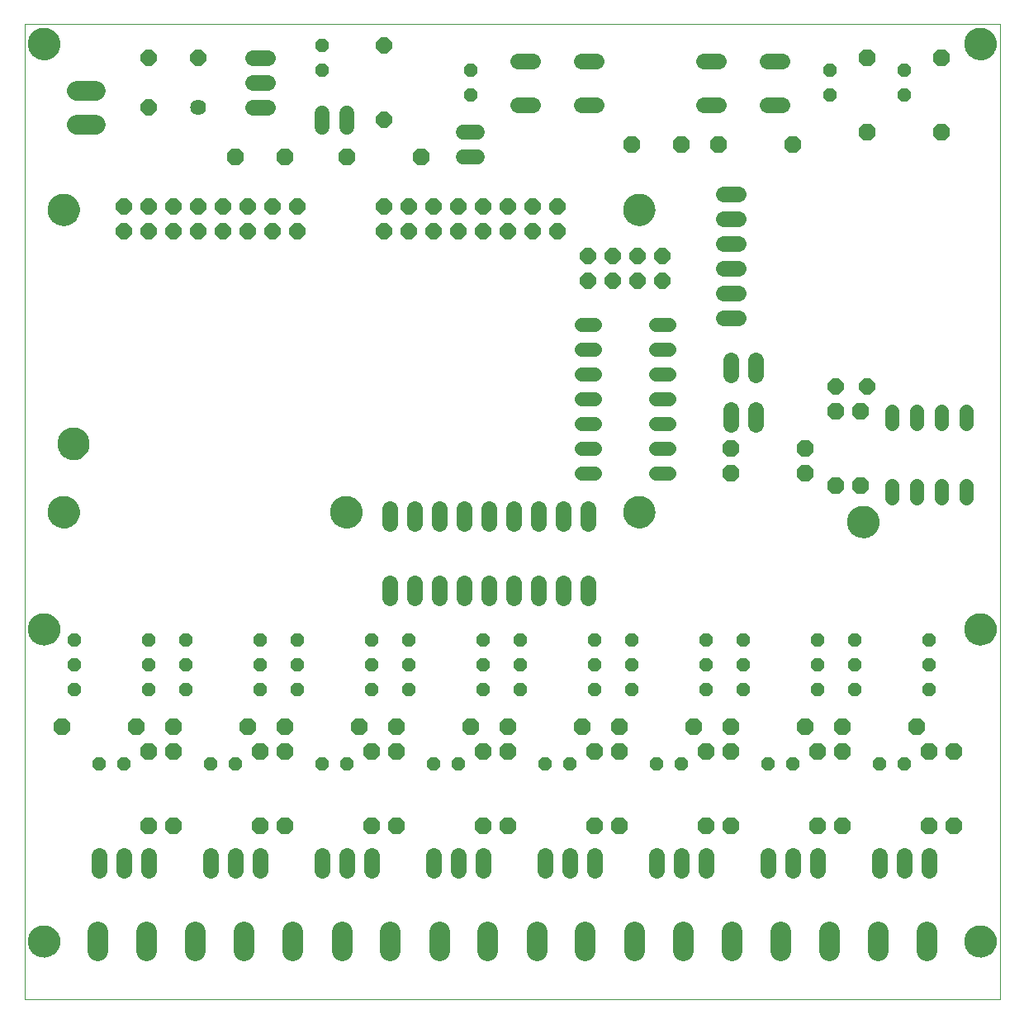
<source format=gbs>
G75*
G70*
%OFA0B0*%
%FSLAX24Y24*%
%IPPOS*%
%LPD*%
%AMOC8*
5,1,8,0,0,1.08239X$1,22.5*
%
%ADD10C,0.0000*%
%ADD11C,0.1300*%
%ADD12OC8,0.0560*%
%ADD13C,0.0640*%
%ADD14C,0.0600*%
%ADD15OC8,0.0670*%
%ADD16OC8,0.0540*%
%ADD17C,0.0790*%
%ADD18C,0.0560*%
%ADD19OC8,0.0640*%
%ADD20C,0.0640*%
%ADD21C,0.0820*%
D10*
X000101Y000101D02*
X000101Y039471D01*
X039471Y039471D01*
X039471Y000101D01*
X000101Y000101D01*
X000258Y002463D02*
X000260Y002513D01*
X000266Y002563D01*
X000276Y002612D01*
X000290Y002660D01*
X000307Y002707D01*
X000328Y002752D01*
X000353Y002796D01*
X000381Y002837D01*
X000413Y002876D01*
X000447Y002913D01*
X000484Y002947D01*
X000524Y002977D01*
X000566Y003004D01*
X000610Y003028D01*
X000656Y003049D01*
X000703Y003065D01*
X000751Y003078D01*
X000801Y003087D01*
X000850Y003092D01*
X000901Y003093D01*
X000951Y003090D01*
X001000Y003083D01*
X001049Y003072D01*
X001097Y003057D01*
X001143Y003039D01*
X001188Y003017D01*
X001231Y002991D01*
X001272Y002962D01*
X001311Y002930D01*
X001347Y002895D01*
X001379Y002857D01*
X001409Y002817D01*
X001436Y002774D01*
X001459Y002730D01*
X001478Y002684D01*
X001494Y002636D01*
X001506Y002587D01*
X001514Y002538D01*
X001518Y002488D01*
X001518Y002438D01*
X001514Y002388D01*
X001506Y002339D01*
X001494Y002290D01*
X001478Y002242D01*
X001459Y002196D01*
X001436Y002152D01*
X001409Y002109D01*
X001379Y002069D01*
X001347Y002031D01*
X001311Y001996D01*
X001272Y001964D01*
X001231Y001935D01*
X001188Y001909D01*
X001143Y001887D01*
X001097Y001869D01*
X001049Y001854D01*
X001000Y001843D01*
X000951Y001836D01*
X000901Y001833D01*
X000850Y001834D01*
X000801Y001839D01*
X000751Y001848D01*
X000703Y001861D01*
X000656Y001877D01*
X000610Y001898D01*
X000566Y001922D01*
X000524Y001949D01*
X000484Y001979D01*
X000447Y002013D01*
X000413Y002050D01*
X000381Y002089D01*
X000353Y002130D01*
X000328Y002174D01*
X000307Y002219D01*
X000290Y002266D01*
X000276Y002314D01*
X000266Y002363D01*
X000260Y002413D01*
X000258Y002463D01*
X000258Y015061D02*
X000260Y015111D01*
X000266Y015161D01*
X000276Y015210D01*
X000290Y015258D01*
X000307Y015305D01*
X000328Y015350D01*
X000353Y015394D01*
X000381Y015435D01*
X000413Y015474D01*
X000447Y015511D01*
X000484Y015545D01*
X000524Y015575D01*
X000566Y015602D01*
X000610Y015626D01*
X000656Y015647D01*
X000703Y015663D01*
X000751Y015676D01*
X000801Y015685D01*
X000850Y015690D01*
X000901Y015691D01*
X000951Y015688D01*
X001000Y015681D01*
X001049Y015670D01*
X001097Y015655D01*
X001143Y015637D01*
X001188Y015615D01*
X001231Y015589D01*
X001272Y015560D01*
X001311Y015528D01*
X001347Y015493D01*
X001379Y015455D01*
X001409Y015415D01*
X001436Y015372D01*
X001459Y015328D01*
X001478Y015282D01*
X001494Y015234D01*
X001506Y015185D01*
X001514Y015136D01*
X001518Y015086D01*
X001518Y015036D01*
X001514Y014986D01*
X001506Y014937D01*
X001494Y014888D01*
X001478Y014840D01*
X001459Y014794D01*
X001436Y014750D01*
X001409Y014707D01*
X001379Y014667D01*
X001347Y014629D01*
X001311Y014594D01*
X001272Y014562D01*
X001231Y014533D01*
X001188Y014507D01*
X001143Y014485D01*
X001097Y014467D01*
X001049Y014452D01*
X001000Y014441D01*
X000951Y014434D01*
X000901Y014431D01*
X000850Y014432D01*
X000801Y014437D01*
X000751Y014446D01*
X000703Y014459D01*
X000656Y014475D01*
X000610Y014496D01*
X000566Y014520D01*
X000524Y014547D01*
X000484Y014577D01*
X000447Y014611D01*
X000413Y014648D01*
X000381Y014687D01*
X000353Y014728D01*
X000328Y014772D01*
X000307Y014817D01*
X000290Y014864D01*
X000276Y014912D01*
X000266Y014961D01*
X000260Y015011D01*
X000258Y015061D01*
X001046Y019786D02*
X001048Y019836D01*
X001054Y019886D01*
X001064Y019935D01*
X001078Y019983D01*
X001095Y020030D01*
X001116Y020075D01*
X001141Y020119D01*
X001169Y020160D01*
X001201Y020199D01*
X001235Y020236D01*
X001272Y020270D01*
X001312Y020300D01*
X001354Y020327D01*
X001398Y020351D01*
X001444Y020372D01*
X001491Y020388D01*
X001539Y020401D01*
X001589Y020410D01*
X001638Y020415D01*
X001689Y020416D01*
X001739Y020413D01*
X001788Y020406D01*
X001837Y020395D01*
X001885Y020380D01*
X001931Y020362D01*
X001976Y020340D01*
X002019Y020314D01*
X002060Y020285D01*
X002099Y020253D01*
X002135Y020218D01*
X002167Y020180D01*
X002197Y020140D01*
X002224Y020097D01*
X002247Y020053D01*
X002266Y020007D01*
X002282Y019959D01*
X002294Y019910D01*
X002302Y019861D01*
X002306Y019811D01*
X002306Y019761D01*
X002302Y019711D01*
X002294Y019662D01*
X002282Y019613D01*
X002266Y019565D01*
X002247Y019519D01*
X002224Y019475D01*
X002197Y019432D01*
X002167Y019392D01*
X002135Y019354D01*
X002099Y019319D01*
X002060Y019287D01*
X002019Y019258D01*
X001976Y019232D01*
X001931Y019210D01*
X001885Y019192D01*
X001837Y019177D01*
X001788Y019166D01*
X001739Y019159D01*
X001689Y019156D01*
X001638Y019157D01*
X001589Y019162D01*
X001539Y019171D01*
X001491Y019184D01*
X001444Y019200D01*
X001398Y019221D01*
X001354Y019245D01*
X001312Y019272D01*
X001272Y019302D01*
X001235Y019336D01*
X001201Y019373D01*
X001169Y019412D01*
X001141Y019453D01*
X001116Y019497D01*
X001095Y019542D01*
X001078Y019589D01*
X001064Y019637D01*
X001054Y019686D01*
X001048Y019736D01*
X001046Y019786D01*
X001439Y022542D02*
X001441Y022592D01*
X001447Y022642D01*
X001457Y022691D01*
X001471Y022739D01*
X001488Y022786D01*
X001509Y022831D01*
X001534Y022875D01*
X001562Y022916D01*
X001594Y022955D01*
X001628Y022992D01*
X001665Y023026D01*
X001705Y023056D01*
X001747Y023083D01*
X001791Y023107D01*
X001837Y023128D01*
X001884Y023144D01*
X001932Y023157D01*
X001982Y023166D01*
X002031Y023171D01*
X002082Y023172D01*
X002132Y023169D01*
X002181Y023162D01*
X002230Y023151D01*
X002278Y023136D01*
X002324Y023118D01*
X002369Y023096D01*
X002412Y023070D01*
X002453Y023041D01*
X002492Y023009D01*
X002528Y022974D01*
X002560Y022936D01*
X002590Y022896D01*
X002617Y022853D01*
X002640Y022809D01*
X002659Y022763D01*
X002675Y022715D01*
X002687Y022666D01*
X002695Y022617D01*
X002699Y022567D01*
X002699Y022517D01*
X002695Y022467D01*
X002687Y022418D01*
X002675Y022369D01*
X002659Y022321D01*
X002640Y022275D01*
X002617Y022231D01*
X002590Y022188D01*
X002560Y022148D01*
X002528Y022110D01*
X002492Y022075D01*
X002453Y022043D01*
X002412Y022014D01*
X002369Y021988D01*
X002324Y021966D01*
X002278Y021948D01*
X002230Y021933D01*
X002181Y021922D01*
X002132Y021915D01*
X002082Y021912D01*
X002031Y021913D01*
X001982Y021918D01*
X001932Y021927D01*
X001884Y021940D01*
X001837Y021956D01*
X001791Y021977D01*
X001747Y022001D01*
X001705Y022028D01*
X001665Y022058D01*
X001628Y022092D01*
X001594Y022129D01*
X001562Y022168D01*
X001534Y022209D01*
X001509Y022253D01*
X001488Y022298D01*
X001471Y022345D01*
X001457Y022393D01*
X001447Y022442D01*
X001441Y022492D01*
X001439Y022542D01*
X001046Y031991D02*
X001048Y032041D01*
X001054Y032091D01*
X001064Y032140D01*
X001078Y032188D01*
X001095Y032235D01*
X001116Y032280D01*
X001141Y032324D01*
X001169Y032365D01*
X001201Y032404D01*
X001235Y032441D01*
X001272Y032475D01*
X001312Y032505D01*
X001354Y032532D01*
X001398Y032556D01*
X001444Y032577D01*
X001491Y032593D01*
X001539Y032606D01*
X001589Y032615D01*
X001638Y032620D01*
X001689Y032621D01*
X001739Y032618D01*
X001788Y032611D01*
X001837Y032600D01*
X001885Y032585D01*
X001931Y032567D01*
X001976Y032545D01*
X002019Y032519D01*
X002060Y032490D01*
X002099Y032458D01*
X002135Y032423D01*
X002167Y032385D01*
X002197Y032345D01*
X002224Y032302D01*
X002247Y032258D01*
X002266Y032212D01*
X002282Y032164D01*
X002294Y032115D01*
X002302Y032066D01*
X002306Y032016D01*
X002306Y031966D01*
X002302Y031916D01*
X002294Y031867D01*
X002282Y031818D01*
X002266Y031770D01*
X002247Y031724D01*
X002224Y031680D01*
X002197Y031637D01*
X002167Y031597D01*
X002135Y031559D01*
X002099Y031524D01*
X002060Y031492D01*
X002019Y031463D01*
X001976Y031437D01*
X001931Y031415D01*
X001885Y031397D01*
X001837Y031382D01*
X001788Y031371D01*
X001739Y031364D01*
X001689Y031361D01*
X001638Y031362D01*
X001589Y031367D01*
X001539Y031376D01*
X001491Y031389D01*
X001444Y031405D01*
X001398Y031426D01*
X001354Y031450D01*
X001312Y031477D01*
X001272Y031507D01*
X001235Y031541D01*
X001201Y031578D01*
X001169Y031617D01*
X001141Y031658D01*
X001116Y031702D01*
X001095Y031747D01*
X001078Y031794D01*
X001064Y031842D01*
X001054Y031891D01*
X001048Y031941D01*
X001046Y031991D01*
X000258Y038683D02*
X000260Y038733D01*
X000266Y038783D01*
X000276Y038832D01*
X000290Y038880D01*
X000307Y038927D01*
X000328Y038972D01*
X000353Y039016D01*
X000381Y039057D01*
X000413Y039096D01*
X000447Y039133D01*
X000484Y039167D01*
X000524Y039197D01*
X000566Y039224D01*
X000610Y039248D01*
X000656Y039269D01*
X000703Y039285D01*
X000751Y039298D01*
X000801Y039307D01*
X000850Y039312D01*
X000901Y039313D01*
X000951Y039310D01*
X001000Y039303D01*
X001049Y039292D01*
X001097Y039277D01*
X001143Y039259D01*
X001188Y039237D01*
X001231Y039211D01*
X001272Y039182D01*
X001311Y039150D01*
X001347Y039115D01*
X001379Y039077D01*
X001409Y039037D01*
X001436Y038994D01*
X001459Y038950D01*
X001478Y038904D01*
X001494Y038856D01*
X001506Y038807D01*
X001514Y038758D01*
X001518Y038708D01*
X001518Y038658D01*
X001514Y038608D01*
X001506Y038559D01*
X001494Y038510D01*
X001478Y038462D01*
X001459Y038416D01*
X001436Y038372D01*
X001409Y038329D01*
X001379Y038289D01*
X001347Y038251D01*
X001311Y038216D01*
X001272Y038184D01*
X001231Y038155D01*
X001188Y038129D01*
X001143Y038107D01*
X001097Y038089D01*
X001049Y038074D01*
X001000Y038063D01*
X000951Y038056D01*
X000901Y038053D01*
X000850Y038054D01*
X000801Y038059D01*
X000751Y038068D01*
X000703Y038081D01*
X000656Y038097D01*
X000610Y038118D01*
X000566Y038142D01*
X000524Y038169D01*
X000484Y038199D01*
X000447Y038233D01*
X000413Y038270D01*
X000381Y038309D01*
X000353Y038350D01*
X000328Y038394D01*
X000307Y038439D01*
X000290Y038486D01*
X000276Y038534D01*
X000266Y038583D01*
X000260Y038633D01*
X000258Y038683D01*
X012463Y019786D02*
X012465Y019836D01*
X012471Y019886D01*
X012481Y019935D01*
X012495Y019983D01*
X012512Y020030D01*
X012533Y020075D01*
X012558Y020119D01*
X012586Y020160D01*
X012618Y020199D01*
X012652Y020236D01*
X012689Y020270D01*
X012729Y020300D01*
X012771Y020327D01*
X012815Y020351D01*
X012861Y020372D01*
X012908Y020388D01*
X012956Y020401D01*
X013006Y020410D01*
X013055Y020415D01*
X013106Y020416D01*
X013156Y020413D01*
X013205Y020406D01*
X013254Y020395D01*
X013302Y020380D01*
X013348Y020362D01*
X013393Y020340D01*
X013436Y020314D01*
X013477Y020285D01*
X013516Y020253D01*
X013552Y020218D01*
X013584Y020180D01*
X013614Y020140D01*
X013641Y020097D01*
X013664Y020053D01*
X013683Y020007D01*
X013699Y019959D01*
X013711Y019910D01*
X013719Y019861D01*
X013723Y019811D01*
X013723Y019761D01*
X013719Y019711D01*
X013711Y019662D01*
X013699Y019613D01*
X013683Y019565D01*
X013664Y019519D01*
X013641Y019475D01*
X013614Y019432D01*
X013584Y019392D01*
X013552Y019354D01*
X013516Y019319D01*
X013477Y019287D01*
X013436Y019258D01*
X013393Y019232D01*
X013348Y019210D01*
X013302Y019192D01*
X013254Y019177D01*
X013205Y019166D01*
X013156Y019159D01*
X013106Y019156D01*
X013055Y019157D01*
X013006Y019162D01*
X012956Y019171D01*
X012908Y019184D01*
X012861Y019200D01*
X012815Y019221D01*
X012771Y019245D01*
X012729Y019272D01*
X012689Y019302D01*
X012652Y019336D01*
X012618Y019373D01*
X012586Y019412D01*
X012558Y019453D01*
X012533Y019497D01*
X012512Y019542D01*
X012495Y019589D01*
X012481Y019637D01*
X012471Y019686D01*
X012465Y019736D01*
X012463Y019786D01*
X024274Y019786D02*
X024276Y019836D01*
X024282Y019886D01*
X024292Y019935D01*
X024306Y019983D01*
X024323Y020030D01*
X024344Y020075D01*
X024369Y020119D01*
X024397Y020160D01*
X024429Y020199D01*
X024463Y020236D01*
X024500Y020270D01*
X024540Y020300D01*
X024582Y020327D01*
X024626Y020351D01*
X024672Y020372D01*
X024719Y020388D01*
X024767Y020401D01*
X024817Y020410D01*
X024866Y020415D01*
X024917Y020416D01*
X024967Y020413D01*
X025016Y020406D01*
X025065Y020395D01*
X025113Y020380D01*
X025159Y020362D01*
X025204Y020340D01*
X025247Y020314D01*
X025288Y020285D01*
X025327Y020253D01*
X025363Y020218D01*
X025395Y020180D01*
X025425Y020140D01*
X025452Y020097D01*
X025475Y020053D01*
X025494Y020007D01*
X025510Y019959D01*
X025522Y019910D01*
X025530Y019861D01*
X025534Y019811D01*
X025534Y019761D01*
X025530Y019711D01*
X025522Y019662D01*
X025510Y019613D01*
X025494Y019565D01*
X025475Y019519D01*
X025452Y019475D01*
X025425Y019432D01*
X025395Y019392D01*
X025363Y019354D01*
X025327Y019319D01*
X025288Y019287D01*
X025247Y019258D01*
X025204Y019232D01*
X025159Y019210D01*
X025113Y019192D01*
X025065Y019177D01*
X025016Y019166D01*
X024967Y019159D01*
X024917Y019156D01*
X024866Y019157D01*
X024817Y019162D01*
X024767Y019171D01*
X024719Y019184D01*
X024672Y019200D01*
X024626Y019221D01*
X024582Y019245D01*
X024540Y019272D01*
X024500Y019302D01*
X024463Y019336D01*
X024429Y019373D01*
X024397Y019412D01*
X024369Y019453D01*
X024344Y019497D01*
X024323Y019542D01*
X024306Y019589D01*
X024292Y019637D01*
X024282Y019686D01*
X024276Y019736D01*
X024274Y019786D01*
X033329Y019392D02*
X033331Y019442D01*
X033337Y019492D01*
X033347Y019541D01*
X033361Y019589D01*
X033378Y019636D01*
X033399Y019681D01*
X033424Y019725D01*
X033452Y019766D01*
X033484Y019805D01*
X033518Y019842D01*
X033555Y019876D01*
X033595Y019906D01*
X033637Y019933D01*
X033681Y019957D01*
X033727Y019978D01*
X033774Y019994D01*
X033822Y020007D01*
X033872Y020016D01*
X033921Y020021D01*
X033972Y020022D01*
X034022Y020019D01*
X034071Y020012D01*
X034120Y020001D01*
X034168Y019986D01*
X034214Y019968D01*
X034259Y019946D01*
X034302Y019920D01*
X034343Y019891D01*
X034382Y019859D01*
X034418Y019824D01*
X034450Y019786D01*
X034480Y019746D01*
X034507Y019703D01*
X034530Y019659D01*
X034549Y019613D01*
X034565Y019565D01*
X034577Y019516D01*
X034585Y019467D01*
X034589Y019417D01*
X034589Y019367D01*
X034585Y019317D01*
X034577Y019268D01*
X034565Y019219D01*
X034549Y019171D01*
X034530Y019125D01*
X034507Y019081D01*
X034480Y019038D01*
X034450Y018998D01*
X034418Y018960D01*
X034382Y018925D01*
X034343Y018893D01*
X034302Y018864D01*
X034259Y018838D01*
X034214Y018816D01*
X034168Y018798D01*
X034120Y018783D01*
X034071Y018772D01*
X034022Y018765D01*
X033972Y018762D01*
X033921Y018763D01*
X033872Y018768D01*
X033822Y018777D01*
X033774Y018790D01*
X033727Y018806D01*
X033681Y018827D01*
X033637Y018851D01*
X033595Y018878D01*
X033555Y018908D01*
X033518Y018942D01*
X033484Y018979D01*
X033452Y019018D01*
X033424Y019059D01*
X033399Y019103D01*
X033378Y019148D01*
X033361Y019195D01*
X033347Y019243D01*
X033337Y019292D01*
X033331Y019342D01*
X033329Y019392D01*
X038053Y015061D02*
X038055Y015111D01*
X038061Y015161D01*
X038071Y015210D01*
X038085Y015258D01*
X038102Y015305D01*
X038123Y015350D01*
X038148Y015394D01*
X038176Y015435D01*
X038208Y015474D01*
X038242Y015511D01*
X038279Y015545D01*
X038319Y015575D01*
X038361Y015602D01*
X038405Y015626D01*
X038451Y015647D01*
X038498Y015663D01*
X038546Y015676D01*
X038596Y015685D01*
X038645Y015690D01*
X038696Y015691D01*
X038746Y015688D01*
X038795Y015681D01*
X038844Y015670D01*
X038892Y015655D01*
X038938Y015637D01*
X038983Y015615D01*
X039026Y015589D01*
X039067Y015560D01*
X039106Y015528D01*
X039142Y015493D01*
X039174Y015455D01*
X039204Y015415D01*
X039231Y015372D01*
X039254Y015328D01*
X039273Y015282D01*
X039289Y015234D01*
X039301Y015185D01*
X039309Y015136D01*
X039313Y015086D01*
X039313Y015036D01*
X039309Y014986D01*
X039301Y014937D01*
X039289Y014888D01*
X039273Y014840D01*
X039254Y014794D01*
X039231Y014750D01*
X039204Y014707D01*
X039174Y014667D01*
X039142Y014629D01*
X039106Y014594D01*
X039067Y014562D01*
X039026Y014533D01*
X038983Y014507D01*
X038938Y014485D01*
X038892Y014467D01*
X038844Y014452D01*
X038795Y014441D01*
X038746Y014434D01*
X038696Y014431D01*
X038645Y014432D01*
X038596Y014437D01*
X038546Y014446D01*
X038498Y014459D01*
X038451Y014475D01*
X038405Y014496D01*
X038361Y014520D01*
X038319Y014547D01*
X038279Y014577D01*
X038242Y014611D01*
X038208Y014648D01*
X038176Y014687D01*
X038148Y014728D01*
X038123Y014772D01*
X038102Y014817D01*
X038085Y014864D01*
X038071Y014912D01*
X038061Y014961D01*
X038055Y015011D01*
X038053Y015061D01*
X038053Y002463D02*
X038055Y002513D01*
X038061Y002563D01*
X038071Y002612D01*
X038085Y002660D01*
X038102Y002707D01*
X038123Y002752D01*
X038148Y002796D01*
X038176Y002837D01*
X038208Y002876D01*
X038242Y002913D01*
X038279Y002947D01*
X038319Y002977D01*
X038361Y003004D01*
X038405Y003028D01*
X038451Y003049D01*
X038498Y003065D01*
X038546Y003078D01*
X038596Y003087D01*
X038645Y003092D01*
X038696Y003093D01*
X038746Y003090D01*
X038795Y003083D01*
X038844Y003072D01*
X038892Y003057D01*
X038938Y003039D01*
X038983Y003017D01*
X039026Y002991D01*
X039067Y002962D01*
X039106Y002930D01*
X039142Y002895D01*
X039174Y002857D01*
X039204Y002817D01*
X039231Y002774D01*
X039254Y002730D01*
X039273Y002684D01*
X039289Y002636D01*
X039301Y002587D01*
X039309Y002538D01*
X039313Y002488D01*
X039313Y002438D01*
X039309Y002388D01*
X039301Y002339D01*
X039289Y002290D01*
X039273Y002242D01*
X039254Y002196D01*
X039231Y002152D01*
X039204Y002109D01*
X039174Y002069D01*
X039142Y002031D01*
X039106Y001996D01*
X039067Y001964D01*
X039026Y001935D01*
X038983Y001909D01*
X038938Y001887D01*
X038892Y001869D01*
X038844Y001854D01*
X038795Y001843D01*
X038746Y001836D01*
X038696Y001833D01*
X038645Y001834D01*
X038596Y001839D01*
X038546Y001848D01*
X038498Y001861D01*
X038451Y001877D01*
X038405Y001898D01*
X038361Y001922D01*
X038319Y001949D01*
X038279Y001979D01*
X038242Y002013D01*
X038208Y002050D01*
X038176Y002089D01*
X038148Y002130D01*
X038123Y002174D01*
X038102Y002219D01*
X038085Y002266D01*
X038071Y002314D01*
X038061Y002363D01*
X038055Y002413D01*
X038053Y002463D01*
X024274Y031991D02*
X024276Y032041D01*
X024282Y032091D01*
X024292Y032140D01*
X024306Y032188D01*
X024323Y032235D01*
X024344Y032280D01*
X024369Y032324D01*
X024397Y032365D01*
X024429Y032404D01*
X024463Y032441D01*
X024500Y032475D01*
X024540Y032505D01*
X024582Y032532D01*
X024626Y032556D01*
X024672Y032577D01*
X024719Y032593D01*
X024767Y032606D01*
X024817Y032615D01*
X024866Y032620D01*
X024917Y032621D01*
X024967Y032618D01*
X025016Y032611D01*
X025065Y032600D01*
X025113Y032585D01*
X025159Y032567D01*
X025204Y032545D01*
X025247Y032519D01*
X025288Y032490D01*
X025327Y032458D01*
X025363Y032423D01*
X025395Y032385D01*
X025425Y032345D01*
X025452Y032302D01*
X025475Y032258D01*
X025494Y032212D01*
X025510Y032164D01*
X025522Y032115D01*
X025530Y032066D01*
X025534Y032016D01*
X025534Y031966D01*
X025530Y031916D01*
X025522Y031867D01*
X025510Y031818D01*
X025494Y031770D01*
X025475Y031724D01*
X025452Y031680D01*
X025425Y031637D01*
X025395Y031597D01*
X025363Y031559D01*
X025327Y031524D01*
X025288Y031492D01*
X025247Y031463D01*
X025204Y031437D01*
X025159Y031415D01*
X025113Y031397D01*
X025065Y031382D01*
X025016Y031371D01*
X024967Y031364D01*
X024917Y031361D01*
X024866Y031362D01*
X024817Y031367D01*
X024767Y031376D01*
X024719Y031389D01*
X024672Y031405D01*
X024626Y031426D01*
X024582Y031450D01*
X024540Y031477D01*
X024500Y031507D01*
X024463Y031541D01*
X024429Y031578D01*
X024397Y031617D01*
X024369Y031658D01*
X024344Y031702D01*
X024323Y031747D01*
X024306Y031794D01*
X024292Y031842D01*
X024282Y031891D01*
X024276Y031941D01*
X024274Y031991D01*
X038053Y038683D02*
X038055Y038733D01*
X038061Y038783D01*
X038071Y038832D01*
X038085Y038880D01*
X038102Y038927D01*
X038123Y038972D01*
X038148Y039016D01*
X038176Y039057D01*
X038208Y039096D01*
X038242Y039133D01*
X038279Y039167D01*
X038319Y039197D01*
X038361Y039224D01*
X038405Y039248D01*
X038451Y039269D01*
X038498Y039285D01*
X038546Y039298D01*
X038596Y039307D01*
X038645Y039312D01*
X038696Y039313D01*
X038746Y039310D01*
X038795Y039303D01*
X038844Y039292D01*
X038892Y039277D01*
X038938Y039259D01*
X038983Y039237D01*
X039026Y039211D01*
X039067Y039182D01*
X039106Y039150D01*
X039142Y039115D01*
X039174Y039077D01*
X039204Y039037D01*
X039231Y038994D01*
X039254Y038950D01*
X039273Y038904D01*
X039289Y038856D01*
X039301Y038807D01*
X039309Y038758D01*
X039313Y038708D01*
X039313Y038658D01*
X039309Y038608D01*
X039301Y038559D01*
X039289Y038510D01*
X039273Y038462D01*
X039254Y038416D01*
X039231Y038372D01*
X039204Y038329D01*
X039174Y038289D01*
X039142Y038251D01*
X039106Y038216D01*
X039067Y038184D01*
X039026Y038155D01*
X038983Y038129D01*
X038938Y038107D01*
X038892Y038089D01*
X038844Y038074D01*
X038795Y038063D01*
X038746Y038056D01*
X038696Y038053D01*
X038645Y038054D01*
X038596Y038059D01*
X038546Y038068D01*
X038498Y038081D01*
X038451Y038097D01*
X038405Y038118D01*
X038361Y038142D01*
X038319Y038169D01*
X038279Y038199D01*
X038242Y038233D01*
X038208Y038270D01*
X038176Y038309D01*
X038148Y038350D01*
X038123Y038394D01*
X038102Y038439D01*
X038085Y038486D01*
X038071Y038534D01*
X038061Y038583D01*
X038055Y038633D01*
X038053Y038683D01*
D11*
X038683Y038683D03*
X024904Y031991D03*
X024904Y019786D03*
X033959Y019392D03*
X038683Y015061D03*
X038683Y002463D03*
X013093Y019786D03*
X002069Y022542D03*
X001676Y019786D03*
X000888Y015061D03*
X000888Y002463D03*
X001676Y031991D03*
X000888Y038683D03*
D12*
X018101Y037601D03*
X018101Y036601D03*
X032601Y036601D03*
X032601Y037601D03*
X035601Y037601D03*
X035601Y036601D03*
X036601Y014601D03*
X036601Y013601D03*
X036601Y012601D03*
X033601Y012601D03*
X033601Y013601D03*
X033601Y014601D03*
X032101Y014601D03*
X032101Y013601D03*
X032101Y012601D03*
X029101Y012601D03*
X029101Y013601D03*
X029101Y014601D03*
X027601Y014601D03*
X027601Y013601D03*
X027601Y012601D03*
X024601Y012601D03*
X024601Y013601D03*
X024601Y014601D03*
X023101Y014601D03*
X023101Y013601D03*
X023101Y012601D03*
X020101Y012601D03*
X020101Y013601D03*
X020101Y014601D03*
X018601Y014601D03*
X018601Y013601D03*
X018601Y012601D03*
X015601Y012601D03*
X015601Y013601D03*
X015601Y014601D03*
X014101Y014601D03*
X014101Y013601D03*
X014101Y012601D03*
X011101Y012601D03*
X011101Y013601D03*
X011101Y014601D03*
X009601Y014601D03*
X009601Y013601D03*
X009601Y012601D03*
X006601Y012601D03*
X006601Y013601D03*
X006601Y014601D03*
X005101Y014601D03*
X005101Y013601D03*
X005101Y012601D03*
X002101Y012601D03*
X002101Y013601D03*
X002101Y014601D03*
X003101Y009601D03*
X004101Y009601D03*
X007601Y009601D03*
X008601Y009601D03*
X012101Y009601D03*
X013101Y009601D03*
X016601Y009601D03*
X017601Y009601D03*
X021101Y009601D03*
X022101Y009601D03*
X025601Y009601D03*
X026601Y009601D03*
X030101Y009601D03*
X031101Y009601D03*
X034601Y009601D03*
X035601Y009601D03*
D13*
X035601Y005901D02*
X035601Y005301D01*
X034601Y005301D02*
X034601Y005901D01*
X036601Y005901D02*
X036601Y005301D01*
X032101Y005301D02*
X032101Y005901D01*
X031101Y005901D02*
X031101Y005301D01*
X030101Y005301D02*
X030101Y005901D01*
X027601Y005901D02*
X027601Y005301D01*
X026601Y005301D02*
X026601Y005901D01*
X025601Y005901D02*
X025601Y005301D01*
X023101Y005301D02*
X023101Y005901D01*
X022101Y005901D02*
X022101Y005301D01*
X021101Y005301D02*
X021101Y005901D01*
X018601Y005901D02*
X018601Y005301D01*
X017601Y005301D02*
X017601Y005901D01*
X016601Y005901D02*
X016601Y005301D01*
X014101Y005301D02*
X014101Y005901D01*
X013101Y005901D02*
X013101Y005301D01*
X012101Y005301D02*
X012101Y005901D01*
X009601Y005901D02*
X009601Y005301D01*
X008601Y005301D02*
X008601Y005901D01*
X007601Y005901D02*
X007601Y005301D01*
X005101Y005301D02*
X005101Y005901D01*
X004101Y005901D02*
X004101Y005301D01*
X003101Y005301D02*
X003101Y005901D01*
X014851Y016301D02*
X014851Y016901D01*
X015851Y016901D02*
X015851Y016301D01*
X016851Y016301D02*
X016851Y016901D01*
X017851Y016901D02*
X017851Y016301D01*
X018851Y016301D02*
X018851Y016901D01*
X019851Y016901D02*
X019851Y016301D01*
X020851Y016301D02*
X020851Y016901D01*
X021851Y016901D02*
X021851Y016301D01*
X022851Y016301D02*
X022851Y016901D01*
X022851Y019301D02*
X022851Y019901D01*
X021851Y019901D02*
X021851Y019301D01*
X020851Y019301D02*
X020851Y019901D01*
X019851Y019901D02*
X019851Y019301D01*
X018851Y019301D02*
X018851Y019901D01*
X017851Y019901D02*
X017851Y019301D01*
X016851Y019301D02*
X016851Y019901D01*
X015851Y019901D02*
X015851Y019301D01*
X014851Y019301D02*
X014851Y019901D01*
X028301Y027601D02*
X028901Y027601D01*
X028901Y028601D02*
X028301Y028601D01*
X028301Y029601D02*
X028901Y029601D01*
X028901Y030601D02*
X028301Y030601D01*
X028301Y031601D02*
X028901Y031601D01*
X028901Y032601D02*
X028301Y032601D01*
X028121Y036211D02*
X027521Y036211D01*
X027521Y037991D02*
X028121Y037991D01*
X030081Y037991D02*
X030681Y037991D01*
X030681Y036211D02*
X030081Y036211D01*
X023181Y036211D02*
X022581Y036211D01*
X022581Y037991D02*
X023181Y037991D01*
X020621Y037991D02*
X020021Y037991D01*
X020021Y036211D02*
X020621Y036211D01*
X028601Y025901D02*
X028601Y025301D01*
X029601Y025301D02*
X029601Y025901D01*
X029601Y023901D02*
X029601Y023301D01*
X028601Y023301D02*
X028601Y023901D01*
X009901Y036101D02*
X009301Y036101D01*
X009301Y037101D02*
X009901Y037101D01*
X009901Y038101D02*
X009301Y038101D01*
D14*
X012101Y035881D02*
X012101Y035321D01*
X013101Y035321D02*
X013101Y035881D01*
X017821Y035101D02*
X018381Y035101D01*
X018381Y034101D02*
X017821Y034101D01*
D15*
X016101Y034101D03*
X013101Y034101D03*
X010601Y034101D03*
X008601Y034101D03*
X024601Y034601D03*
X026601Y034601D03*
X028101Y034601D03*
X031101Y034601D03*
X034101Y035101D03*
X034101Y038101D03*
X037101Y038101D03*
X037101Y035101D03*
X033851Y023851D03*
X032851Y023851D03*
X031601Y022351D03*
X031601Y021351D03*
X032851Y020851D03*
X033851Y020851D03*
X028601Y021351D03*
X028601Y022351D03*
X028601Y011101D03*
X028601Y010101D03*
X027601Y010101D03*
X027101Y011101D03*
X024101Y011101D03*
X024101Y010101D03*
X023101Y010101D03*
X022601Y011101D03*
X019601Y011101D03*
X019601Y010101D03*
X018601Y010101D03*
X018101Y011101D03*
X015101Y011101D03*
X015101Y010101D03*
X014101Y010101D03*
X013601Y011101D03*
X010601Y011101D03*
X010601Y010101D03*
X009601Y010101D03*
X009101Y011101D03*
X006101Y011101D03*
X006101Y010101D03*
X005101Y010101D03*
X004601Y011101D03*
X001601Y011101D03*
X005101Y007101D03*
X006101Y007101D03*
X009601Y007101D03*
X010601Y007101D03*
X014101Y007101D03*
X015101Y007101D03*
X018601Y007101D03*
X019601Y007101D03*
X023101Y007101D03*
X024101Y007101D03*
X027601Y007101D03*
X028601Y007101D03*
X032101Y007101D03*
X033101Y007101D03*
X033101Y010101D03*
X033101Y011101D03*
X032101Y010101D03*
X031601Y011101D03*
X036101Y011101D03*
X036601Y010101D03*
X037601Y010101D03*
X037601Y007101D03*
X036601Y007101D03*
D16*
X012101Y037601D03*
X012101Y038601D03*
D17*
X002976Y036790D02*
X002226Y036790D01*
X002226Y035412D02*
X002976Y035412D01*
D18*
X022591Y027351D02*
X023111Y027351D01*
X023111Y026351D02*
X022591Y026351D01*
X022591Y025351D02*
X023111Y025351D01*
X023111Y024351D02*
X022591Y024351D01*
X022591Y023351D02*
X023111Y023351D01*
X023111Y022351D02*
X022591Y022351D01*
X022591Y021351D02*
X023111Y021351D01*
X025591Y021351D02*
X026111Y021351D01*
X026111Y022351D02*
X025591Y022351D01*
X025591Y023351D02*
X026111Y023351D01*
X026111Y024351D02*
X025591Y024351D01*
X025591Y025351D02*
X026111Y025351D01*
X026111Y026351D02*
X025591Y026351D01*
X025591Y027351D02*
X026111Y027351D01*
X035101Y023861D02*
X035101Y023341D01*
X036101Y023341D02*
X036101Y023861D01*
X037101Y023861D02*
X037101Y023341D01*
X038101Y023341D02*
X038101Y023861D01*
X038101Y020861D02*
X038101Y020341D01*
X037101Y020341D02*
X037101Y020861D01*
X036101Y020861D02*
X036101Y020341D01*
X035101Y020341D02*
X035101Y020861D01*
D19*
X034101Y024851D03*
X032851Y024851D03*
X025851Y029101D03*
X025851Y030101D03*
X024851Y030101D03*
X024851Y029101D03*
X023851Y029101D03*
X023851Y030101D03*
X022851Y030101D03*
X022851Y029101D03*
X021601Y031101D03*
X021601Y032101D03*
X020601Y032101D03*
X020601Y031101D03*
X019601Y031101D03*
X019601Y032101D03*
X018601Y032101D03*
X018601Y031101D03*
X017601Y031101D03*
X017601Y032101D03*
X016601Y032101D03*
X016601Y031101D03*
X015601Y031101D03*
X015601Y032101D03*
X014601Y032101D03*
X014601Y031101D03*
X011101Y031101D03*
X011101Y032101D03*
X010101Y032101D03*
X010101Y031101D03*
X009101Y031101D03*
X009101Y032101D03*
X008101Y032101D03*
X008101Y031101D03*
X007101Y031101D03*
X007101Y032101D03*
X006101Y032101D03*
X006101Y031101D03*
X005101Y031101D03*
X005101Y032101D03*
X004101Y032101D03*
X004101Y031101D03*
X005101Y036101D03*
X005101Y038101D03*
X007101Y038101D03*
X014601Y038601D03*
X014601Y035601D03*
D20*
X007101Y036101D03*
D21*
X006985Y002853D02*
X006985Y002073D01*
X005028Y002073D02*
X005028Y002853D01*
X003048Y002853D02*
X003048Y002073D01*
X008965Y002073D02*
X008965Y002853D01*
X010922Y002853D02*
X010922Y002073D01*
X012902Y002073D02*
X012902Y002853D01*
X014859Y002853D02*
X014859Y002073D01*
X016839Y002073D02*
X016839Y002853D01*
X018796Y002853D02*
X018796Y002073D01*
X020776Y002073D02*
X020776Y002853D01*
X022733Y002853D02*
X022733Y002073D01*
X024713Y002073D02*
X024713Y002853D01*
X026670Y002853D02*
X026670Y002073D01*
X028650Y002073D02*
X028650Y002853D01*
X030607Y002853D02*
X030607Y002073D01*
X032587Y002073D02*
X032587Y002853D01*
X034544Y002853D02*
X034544Y002073D01*
X036524Y002073D02*
X036524Y002853D01*
M02*

</source>
